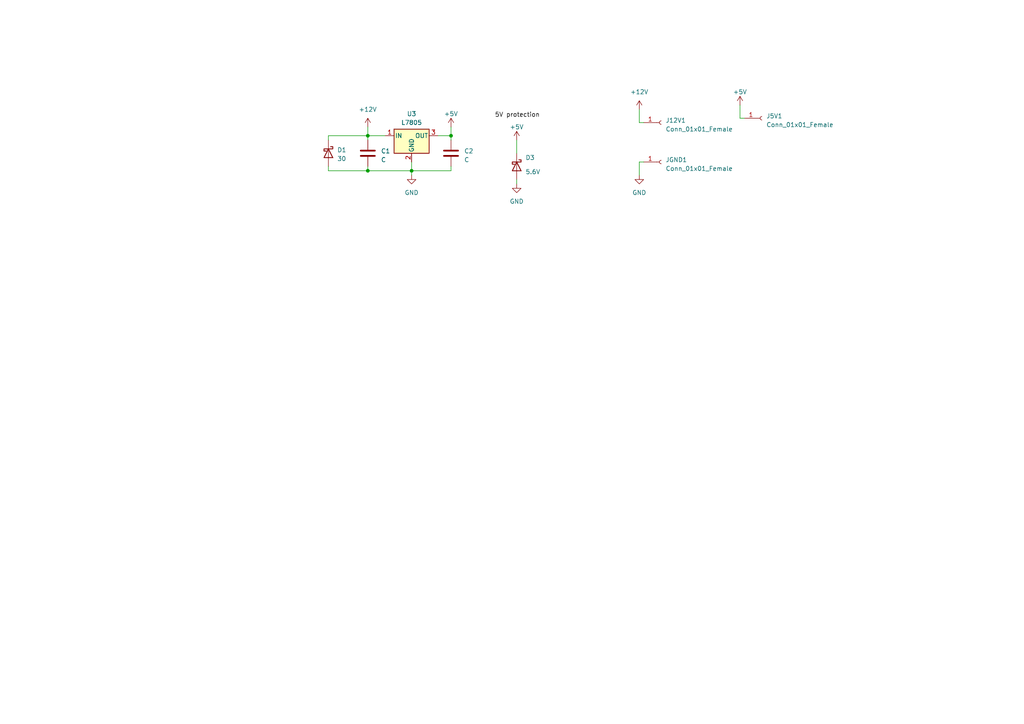
<source format=kicad_sch>
(kicad_sch (version 20220103) (generator eeschema)
  (paper "A4")
  (lib_symbols
    (symbol "Connector:Conn_01x01_Female" (pin_names (offset 1.016) hide)
      (property "Reference" "J" (at 0 2.54 0))
      (property "Value" "Conn_01x01_Female" (at 0 -2.54 0))
      (symbol "Conn_01x01_Female_1_1"
        (polyline (pts (xy -1.27 0) (xy -0.508 0)) (stroke (width 0.1524)))
        (arc (start 0 0.508) (mid -0.508 0) (end 0 -0.508) (stroke (width 0.1524)))
        (pin passive line (at -5.08 0 0) (length 3.81) (name "Pin_1") (number "1"))
      )
    )
    (symbol "Device:C" (pin_numbers hide) (pin_names (offset 0.254))
      (property "Reference" "C" (at 0.635 2.54 0))
      (property "Value" "C" (at 0.635 -2.54 0))
      (symbol "C_0_1"
        (polyline (pts (xy -2.032 -0.762) (xy 2.032 -0.762)) (stroke (width 0.508)))
        (polyline (pts (xy -2.032 0.762) (xy 2.032 0.762)) (stroke (width 0.508)))
      )
      (symbol "C_1_1"
        (pin passive line (at 0 3.81 270) (length 2.794) (name "~") (number "1"))
        (pin passive line (at 0 -3.81 90) (length 2.794) (name "~") (number "2"))
      )
    )
    (symbol "Device:D_Schottky" (pin_numbers hide) (pin_names (offset 1.016) hide)
      (property "Reference" "D" (at 0 2.54 0))
      (property "Value" "D_Schottky" (at 0 -2.54 0))
      (symbol "D_Schottky_0_1"
        (polyline (pts (xy 1.27 0) (xy -1.27 0)))
        (polyline (pts (xy 1.27 1.27) (xy 1.27 -1.27) (xy -1.27 0) (xy 1.27 1.27)) (stroke (width 0.254)))
        (polyline (pts (xy -1.905 0.635) (xy -1.905 1.27) (xy -1.27 1.27) (xy -1.27 -1.27) (xy -0.635 -1.27) (xy -0.635 -0.635)) (stroke (width 0.254)))
      )
      (symbol "D_Schottky_1_1"
        (pin passive line (at -3.81 0 0) (length 2.54) (name "K") (number "1"))
        (pin passive line (at 3.81 0 180) (length 2.54) (name "A") (number "2"))
      )
    )
    (symbol "Regulator_Linear:L7805" (pin_names (offset 0.254))
      (property "Reference" "U" (at -3.81 3.175 0))
      (property "Value" "L7805" (at 0 3.175 0))
      (symbol "L7805_0_1"
        (rectangle (start -5.08 1.905) (end 5.08 -5.08) (stroke (width 0.254)) (fill (type background)))
      )
      (symbol "L7805_1_1"
        (pin power_in line (at -7.62 0 0) (length 2.54) (name "IN") (number "1"))
        (pin power_in line (at 0 -7.62 90) (length 2.54) (name "GND") (number "2"))
        (pin power_out line (at 7.62 0 180) (length 2.54) (name "OUT") (number "3"))
      )
    )
    (symbol "power:+12V" (power) (pin_names (offset 0))
      (property "Value" "+12V" (at 0 3.556 0))
      (symbol "+12V_0_1"
        (polyline (pts (xy -0.762 1.27) (xy 0 2.54)))
        (polyline (pts (xy 0 0) (xy 0 2.54)))
        (polyline (pts (xy 0 2.54) (xy 0.762 1.27)))
      )
      (symbol "+12V_1_1"
        (pin power_in line (at 0 0 90) (length 0) hide (name "+12V") (number "1"))
      )
    )
    (symbol "power:+5V" (power) (pin_names (offset 0))
      (property "Value" "+5V" (at 0 3.556 0))
      (symbol "+5V_0_1"
        (polyline (pts (xy -0.762 1.27) (xy 0 2.54)))
        (polyline (pts (xy 0 0) (xy 0 2.54)))
        (polyline (pts (xy 0 2.54) (xy 0.762 1.27)))
      )
      (symbol "+5V_1_1"
        (pin power_in line (at 0 0 90) (length 0) hide (name "+5V") (number "1"))
      )
    )
    (symbol "power:GND" (power) (pin_names (offset 0))
      (property "Value" "GND" (at 0 -3.81 0))
      (symbol "GND_0_1"
        (polyline (pts (xy 0 0) (xy 0 -1.27) (xy 1.27 -1.27) (xy 0 -2.54) (xy -1.27 -1.27) (xy 0 -1.27)))
      )
      (symbol "GND_1_1"
        (pin power_in line (at 0 0 270) (length 0) hide (name "GND") (number "1"))
      )
    )
  )
  (junction (at 106.68 49.53))
  (junction (at 106.68 39.37))
  (junction (at 119.38 49.53))
  (junction (at 130.81 39.37))
  (wire (pts (xy 185.42 31.75) (xy 185.42 35.56)))
  (wire (pts (xy 106.68 48.26) (xy 106.68 49.53)))
  (wire (pts (xy 130.81 36.83) (xy 130.81 39.37)))
  (wire (pts (xy 119.38 49.53) (xy 130.81 49.53)))
  (wire (pts (xy 106.68 39.37) (xy 106.68 40.64)))
  (wire (pts (xy 130.81 39.37) (xy 127 39.37)))
  (wire (pts (xy 185.42 46.99) (xy 185.42 50.8)))
  (wire (pts (xy 186.69 35.56) (xy 185.42 35.56)))
  (wire (pts (xy 95.25 40.64) (xy 95.25 39.37)))
  (wire (pts (xy 106.68 36.83) (xy 106.68 39.37)))
  (wire (pts (xy 186.69 46.99) (xy 185.42 46.99)))
  (wire (pts (xy 214.63 30.48) (xy 214.63 34.29)))
  (wire (pts (xy 130.81 40.64) (xy 130.81 39.37)))
  (wire (pts (xy 149.86 52.07) (xy 149.86 53.34)))
  (wire (pts (xy 95.25 39.37) (xy 106.68 39.37)))
  (wire (pts (xy 130.81 48.26) (xy 130.81 49.53)))
  (wire (pts (xy 119.38 50.8) (xy 119.38 49.53)))
  (wire (pts (xy 95.25 49.53) (xy 106.68 49.53)))
  (wire (pts (xy 106.68 39.37) (xy 111.76 39.37)))
  (wire (pts (xy 119.38 46.99) (xy 119.38 49.53)))
  (wire (pts (xy 215.9 34.29) (xy 214.63 34.29)))
  (wire (pts (xy 106.68 49.53) (xy 119.38 49.53)))
  (wire (pts (xy 149.86 40.64) (xy 149.86 44.45)))
  (wire (pts (xy 95.25 48.26) (xy 95.25 49.53)))
  (label "5V protection" (at 143.51 34.29 0))
  (symbol (lib_id "power:+5V") (at 130.81 36.83 0) (unit 1)
    (property "Reference" "#PWR0103" (effects hide))
    (property "Value" "+5V" (at 130.81 33.02 0))
  )
  (symbol (lib_id "Connector:Conn_01x01_Female") (at 220.98 34.29 0) (unit 1)
    (property "Reference" "J5V1" (at 222.25 33.655 0) (effects (justify left)))
    (property "Value" "Conn_01x01_Female" (at 222.25 36.195 0) (effects (justify left)))
    (property "Footprint" "Connector_Pin:Pin_D1.3mm_L11.0mm_LooseFit" (effects hide))
  )
  (symbol (lib_id "power:+12V") (at 106.68 36.83 0) (unit 1)
    (property "Reference" "#PWR0102" (effects hide))
    (property "Value" "+12V" (at 106.68 31.75 0))
  )
  (symbol (lib_id "power:+5V") (at 149.86 40.64 0) (unit 1)
    (property "Reference" "#PWR0110" (effects hide))
    (property "Value" "+5V" (at 149.86 36.83 0))
  )
  (symbol (lib_id "power:+5V") (at 214.63 30.48 0) (unit 1)
    (property "Reference" "#PWR0125" (effects hide))
    (property "Value" "+5V" (at 214.63 26.67 0))
  )
  (symbol (lib_id "Regulator_Linear:L7805") (at 119.38 39.37 0) (unit 1)
    (property "Reference" "U3" (at 119.38 33.02 0))
    (property "Value" "L7805" (at 119.38 35.56 0))
    (property "Footprint" "Package_TO_SOT_SMD:TO-252-2" (effects hide))
    (property "Datasheet" "http://www.st.com/content/ccc/resource/technical/document/datasheet/41/4f/b3/b0/12/d4/47/88/CD00000444.pdf/files/CD00000444.pdf/jcr:content/translations/en.CD00000444.pdf" (effects hide))
  )
  (symbol (lib_id "Connector:Conn_01x01_Female") (at 191.77 35.56 0) (unit 1)
    (property "Reference" "J12V1" (at 193.04 34.925 0) (effects (justify left)))
    (property "Value" "Conn_01x01_Female" (at 193.04 37.465 0) (effects (justify left)))
    (property "Footprint" "Connector_Pin:Pin_D1.3mm_L11.0mm_LooseFit" (effects hide))
  )
  (symbol (lib_id "power:GND") (at 149.86 53.34 0) (unit 1)
    (property "Reference" "#PWR0109" (effects hide))
    (property "Value" "GND" (at 149.86 58.42 0))
  )
  (symbol (lib_id "Device:D_Schottky") (at 149.86 48.26 270) (unit 1)
    (property "Reference" "D3" (at 152.4 45.72 90) (effects (justify left)))
    (property "Value" "5.6V" (at 152.4 49.8475 90) (effects (justify left)))
    (property "Footprint" "Diode_SMD:D_SOD-123" (effects hide))
  )
  (symbol (lib_id "Device:C") (at 106.68 44.45 180) (unit 1)
    (property "Reference" "C1" (at 110.49 43.815 0) (effects (justify right)))
    (property "Value" "C" (at 110.49 46.355 0) (effects (justify right)))
    (property "Footprint" "Capacitor_SMD:C_1206_3216Metric" (effects hide))
  )
  (symbol (lib_id "Device:C") (at 130.81 44.45 180) (unit 1)
    (property "Reference" "C2" (at 134.62 43.815 0) (effects (justify right)))
    (property "Value" "C" (at 134.62 46.355 0) (effects (justify right)))
    (property "Footprint" "Capacitor_SMD:C_1206_3216Metric" (effects hide))
  )
  (symbol (lib_id "power:GND") (at 119.38 50.8 0) (unit 1)
    (property "Reference" "#PWR0101" (effects hide))
    (property "Value" "GND" (at 119.38 55.88 0))
  )
  (symbol (lib_id "Device:D_Schottky") (at 95.25 44.45 270) (unit 1)
    (property "Reference" "D1" (at 97.79 43.4975 90) (effects (justify left)))
    (property "Value" "30" (at 97.79 46.0375 90) (effects (justify left)))
    (property "Footprint" "Diode_SMD:D_SOD-123" (effects hide))
  )
  (symbol (lib_id "Connector:Conn_01x01_Female") (at 191.77 46.99 0) (unit 1)
    (property "Reference" "JGND1" (at 193.04 46.355 0) (effects (justify left)))
    (property "Value" "Conn_01x01_Female" (at 193.04 48.895 0) (effects (justify left)))
    (property "Footprint" "Connector_Pin:Pin_D1.3mm_L11.0mm_LooseFit" (effects hide))
  )
  (symbol (lib_id "power:+12V") (at 185.42 31.75 0) (unit 1)
    (property "Reference" "#PWR0123" (effects hide))
    (property "Value" "+12V" (at 185.42 26.67 0))
  )
  (symbol (lib_id "power:GND") (at 185.42 50.8 0) (unit 1)
    (property "Reference" "#PWR0124" (effects hide))
    (property "Value" "GND" (at 185.42 55.88 0))
  )
)
</source>
